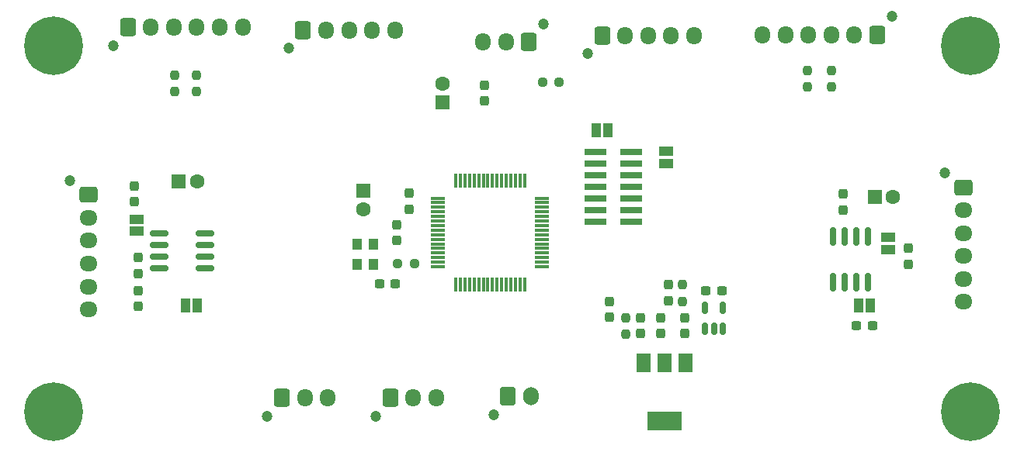
<source format=gbr>
%TF.GenerationSoftware,KiCad,Pcbnew,(6.0.7-1)-1*%
%TF.CreationDate,2022-10-27T13:07:23+02:00*%
%TF.ProjectId,Beerator,42656572-6174-46f7-922e-6b696361645f,rev?*%
%TF.SameCoordinates,Original*%
%TF.FileFunction,Soldermask,Top*%
%TF.FilePolarity,Negative*%
%FSLAX46Y46*%
G04 Gerber Fmt 4.6, Leading zero omitted, Abs format (unit mm)*
G04 Created by KiCad (PCBNEW (6.0.7-1)-1) date 2022-10-27 13:07:23*
%MOMM*%
%LPD*%
G01*
G04 APERTURE LIST*
G04 Aperture macros list*
%AMRoundRect*
0 Rectangle with rounded corners*
0 $1 Rounding radius*
0 $2 $3 $4 $5 $6 $7 $8 $9 X,Y pos of 4 corners*
0 Add a 4 corners polygon primitive as box body*
4,1,4,$2,$3,$4,$5,$6,$7,$8,$9,$2,$3,0*
0 Add four circle primitives for the rounded corners*
1,1,$1+$1,$2,$3*
1,1,$1+$1,$4,$5*
1,1,$1+$1,$6,$7*
1,1,$1+$1,$8,$9*
0 Add four rect primitives between the rounded corners*
20,1,$1+$1,$2,$3,$4,$5,0*
20,1,$1+$1,$4,$5,$6,$7,0*
20,1,$1+$1,$6,$7,$8,$9,0*
20,1,$1+$1,$8,$9,$2,$3,0*%
G04 Aperture macros list end*
%ADD10R,1.500000X2.000000*%
%ADD11R,3.800000X2.000000*%
%ADD12R,1.000000X1.300000*%
%ADD13R,1.000000X1.500000*%
%ADD14R,1.500000X1.000000*%
%ADD15R,2.400000X0.740000*%
%ADD16RoundRect,0.150000X-0.150000X0.825000X-0.150000X-0.825000X0.150000X-0.825000X0.150000X0.825000X0*%
%ADD17RoundRect,0.237500X0.237500X-0.250000X0.237500X0.250000X-0.237500X0.250000X-0.237500X-0.250000X0*%
%ADD18C,1.200000*%
%ADD19RoundRect,0.250000X-0.725000X0.600000X-0.725000X-0.600000X0.725000X-0.600000X0.725000X0.600000X0*%
%ADD20O,1.950000X1.700000*%
%ADD21RoundRect,0.250000X0.600000X0.725000X-0.600000X0.725000X-0.600000X-0.725000X0.600000X-0.725000X0*%
%ADD22O,1.700000X1.950000*%
%ADD23R,1.600000X1.600000*%
%ADD24C,1.600000*%
%ADD25RoundRect,0.237500X-0.300000X-0.237500X0.300000X-0.237500X0.300000X0.237500X-0.300000X0.237500X0*%
%ADD26RoundRect,0.237500X0.237500X-0.300000X0.237500X0.300000X-0.237500X0.300000X-0.237500X-0.300000X0*%
%ADD27RoundRect,0.237500X-0.237500X0.300000X-0.237500X-0.300000X0.237500X-0.300000X0.237500X0.300000X0*%
%ADD28RoundRect,0.237500X-0.237500X0.250000X-0.237500X-0.250000X0.237500X-0.250000X0.237500X0.250000X0*%
%ADD29RoundRect,0.237500X0.237500X-0.287500X0.237500X0.287500X-0.237500X0.287500X-0.237500X-0.287500X0*%
%ADD30RoundRect,0.237500X-0.237500X0.287500X-0.237500X-0.287500X0.237500X-0.287500X0.237500X0.287500X0*%
%ADD31RoundRect,0.237500X-0.250000X-0.237500X0.250000X-0.237500X0.250000X0.237500X-0.250000X0.237500X0*%
%ADD32RoundRect,0.250000X-0.600000X-0.725000X0.600000X-0.725000X0.600000X0.725000X-0.600000X0.725000X0*%
%ADD33C,0.800000*%
%ADD34C,6.400000*%
%ADD35RoundRect,0.150000X0.150000X-0.512500X0.150000X0.512500X-0.150000X0.512500X-0.150000X-0.512500X0*%
%ADD36RoundRect,0.150000X-0.825000X-0.150000X0.825000X-0.150000X0.825000X0.150000X-0.825000X0.150000X0*%
%ADD37RoundRect,0.075000X-0.700000X-0.075000X0.700000X-0.075000X0.700000X0.075000X-0.700000X0.075000X0*%
%ADD38RoundRect,0.075000X-0.075000X-0.700000X0.075000X-0.700000X0.075000X0.700000X-0.075000X0.700000X0*%
%ADD39RoundRect,0.250000X-0.600000X-0.750000X0.600000X-0.750000X0.600000X0.750000X-0.600000X0.750000X0*%
%ADD40O,1.700000X2.000000*%
G04 APERTURE END LIST*
D10*
%TO.C,U201*%
X118900000Y-84650000D03*
X116600000Y-84650000D03*
X114300000Y-84650000D03*
D11*
X116600000Y-90950000D03*
%TD*%
D12*
%TO.C,Y301*%
X84900000Y-73900000D03*
X84900000Y-71700000D03*
X83100000Y-71700000D03*
X83100000Y-73900000D03*
%TD*%
D13*
%TO.C,JP504*%
X137750000Y-78400000D03*
X139050000Y-78400000D03*
%TD*%
D14*
%TO.C,JP503*%
X141000000Y-70950000D03*
X141000000Y-72250000D03*
%TD*%
D13*
%TO.C,JP502*%
X64350000Y-78400000D03*
X65650000Y-78400000D03*
%TD*%
D14*
%TO.C,JP501*%
X59000000Y-70250000D03*
X59000000Y-68950000D03*
%TD*%
D13*
%TO.C,JP302*%
X109150000Y-59200000D03*
X110450000Y-59200000D03*
%TD*%
D14*
%TO.C,JP301*%
X116800000Y-62850000D03*
X116800000Y-61550000D03*
%TD*%
D15*
%TO.C,JSTLINK301*%
X112950000Y-69210000D03*
X109050000Y-69210000D03*
X112950000Y-67940000D03*
X109050000Y-67940000D03*
X112950000Y-66670000D03*
X109050000Y-66670000D03*
X112950000Y-65400000D03*
X109050000Y-65400000D03*
X112950000Y-64130000D03*
X109050000Y-64130000D03*
X112950000Y-62860000D03*
X109050000Y-62860000D03*
X112950000Y-61590000D03*
X109050000Y-61590000D03*
%TD*%
D16*
%TO.C,UDRIVER502*%
X138800000Y-70850000D03*
X137530000Y-70850000D03*
X136260000Y-70850000D03*
X134990000Y-70850000D03*
X134990000Y-75800000D03*
X136260000Y-75800000D03*
X137530000Y-75800000D03*
X138800000Y-75800000D03*
%TD*%
D17*
%TO.C,R202*%
X118600000Y-77912500D03*
X118600000Y-76087500D03*
%TD*%
D18*
%TO.C,JMCC0_501*%
X51800000Y-64700000D03*
D19*
X53800000Y-66300000D03*
D20*
X53800000Y-68800000D03*
X53800000Y-71300000D03*
X53800000Y-73800000D03*
X53800000Y-76300000D03*
X53800000Y-78800000D03*
%TD*%
D18*
%TO.C,JSERVO501*%
X103400000Y-47600000D03*
D21*
X101800000Y-49600000D03*
D22*
X99300000Y-49600000D03*
X96800000Y-49600000D03*
%TD*%
D23*
%TO.C,C503*%
X63644888Y-64800000D03*
D24*
X65644888Y-64800000D03*
%TD*%
D25*
%TO.C,C303*%
X85537500Y-76000000D03*
X87262500Y-76000000D03*
%TD*%
D26*
%TO.C,C501*%
X59200000Y-74862500D03*
X59200000Y-73137500D03*
%TD*%
D27*
%TO.C,C508*%
X59200000Y-76737500D03*
X59200000Y-78462500D03*
%TD*%
D28*
%TO.C,R402*%
X132200000Y-52687500D03*
X132200000Y-54512500D03*
%TD*%
D29*
%TO.C,D202*%
X117000000Y-77875000D03*
X117000000Y-76125000D03*
%TD*%
D27*
%TO.C,C510*%
X58800000Y-65337500D03*
X58800000Y-67062500D03*
%TD*%
D18*
%TO.C,JTOF0_401*%
X141400000Y-46800000D03*
D21*
X139800000Y-48800000D03*
D22*
X137300000Y-48800000D03*
X134800000Y-48800000D03*
X132300000Y-48800000D03*
X129800000Y-48800000D03*
X127300000Y-48800000D03*
%TD*%
D25*
%TO.C,C506*%
X137537500Y-80600000D03*
X139262500Y-80600000D03*
%TD*%
D30*
%TO.C,D201*%
X110600000Y-77925000D03*
X110600000Y-79675000D03*
%TD*%
D31*
%TO.C,R301*%
X87487500Y-73800000D03*
X89312500Y-73800000D03*
%TD*%
D18*
%TO.C,JCOLOR_404*%
X108200000Y-50875000D03*
D32*
X109800000Y-48875000D03*
D22*
X112300000Y-48875000D03*
X114800000Y-48875000D03*
X117300000Y-48875000D03*
X119800000Y-48875000D03*
%TD*%
D26*
%TO.C,C202*%
X116200000Y-81462500D03*
X116200000Y-79737500D03*
%TD*%
D33*
%TO.C,H102*%
X150000000Y-52400000D03*
X150000000Y-47600000D03*
D34*
X150000000Y-50000000D03*
D33*
X151697056Y-51697056D03*
X148302944Y-48302944D03*
X152400000Y-50000000D03*
X147600000Y-50000000D03*
X151697056Y-48302944D03*
X148302944Y-51697056D03*
%TD*%
D23*
%TO.C,C301*%
X83800000Y-65844888D03*
D24*
X83800000Y-67844888D03*
%TD*%
D26*
%TO.C,C203*%
X118800000Y-81462500D03*
X118800000Y-79737500D03*
%TD*%
D35*
%TO.C,REG3-201*%
X121050000Y-80937500D03*
X122000000Y-80937500D03*
X122950000Y-80937500D03*
X122950000Y-78662500D03*
X121050000Y-78662500D03*
%TD*%
D33*
%TO.C,H101*%
X50000000Y-47600000D03*
X51697056Y-51697056D03*
X48302944Y-51697056D03*
X47600000Y-50000000D03*
X51697056Y-48302944D03*
X50000000Y-52400000D03*
X52400000Y-50000000D03*
D34*
X50000000Y-50000000D03*
D33*
X48302944Y-48302944D03*
%TD*%
D26*
%TO.C,C302*%
X87400000Y-71262500D03*
X87400000Y-69537500D03*
%TD*%
D25*
%TO.C,C204*%
X121137500Y-76800000D03*
X122862500Y-76800000D03*
%TD*%
D26*
%TO.C,C201*%
X114000000Y-81462500D03*
X114000000Y-79737500D03*
%TD*%
%TO.C,C509*%
X143200000Y-72137500D03*
X143200000Y-73862500D03*
%TD*%
D27*
%TO.C,C502*%
X136095000Y-66200000D03*
X136095000Y-67925000D03*
%TD*%
D28*
%TO.C,R403*%
X63150000Y-53212500D03*
X63150000Y-55037500D03*
%TD*%
D17*
%TO.C,R401*%
X65550000Y-55037500D03*
X65550000Y-53212500D03*
%TD*%
D18*
%TO.C,JDistance0_401*%
X73300000Y-90475000D03*
D32*
X74900000Y-88475000D03*
D22*
X77400000Y-88475000D03*
X79900000Y-88475000D03*
%TD*%
D17*
%TO.C,R404*%
X134800000Y-54512500D03*
X134800000Y-52687500D03*
%TD*%
D18*
%TO.C,JCOLOR_401*%
X75600000Y-50275000D03*
D32*
X77200000Y-48275000D03*
D22*
X79700000Y-48275000D03*
X82200000Y-48275000D03*
X84700000Y-48275000D03*
X87200000Y-48275000D03*
%TD*%
D34*
%TO.C,H104*%
X150000000Y-90000000D03*
D33*
X147600000Y-90000000D03*
X151697056Y-91697056D03*
X148302944Y-88302944D03*
X152400000Y-90000000D03*
X151697056Y-88302944D03*
X150000000Y-92400000D03*
X148302944Y-91697056D03*
X150000000Y-87600000D03*
%TD*%
D31*
%TO.C,R501*%
X103287500Y-54000000D03*
X105112500Y-54000000D03*
%TD*%
D36*
%TO.C,UDRIVER501*%
X61525000Y-70495000D03*
X61525000Y-71765000D03*
X61525000Y-73035000D03*
X61525000Y-74305000D03*
X66475000Y-74305000D03*
X66475000Y-73035000D03*
X66475000Y-71765000D03*
X66475000Y-70495000D03*
%TD*%
D37*
%TO.C,USTM301*%
X91925000Y-66650000D03*
X91925000Y-67150000D03*
X91925000Y-67650000D03*
X91925000Y-68150000D03*
X91925000Y-68650000D03*
X91925000Y-69150000D03*
X91925000Y-69650000D03*
X91925000Y-70150000D03*
X91925000Y-70650000D03*
X91925000Y-71150000D03*
X91925000Y-71650000D03*
X91925000Y-72150000D03*
X91925000Y-72650000D03*
X91925000Y-73150000D03*
X91925000Y-73650000D03*
X91925000Y-74150000D03*
D38*
X93850000Y-76075000D03*
X94350000Y-76075000D03*
X94850000Y-76075000D03*
X95350000Y-76075000D03*
X95850000Y-76075000D03*
X96350000Y-76075000D03*
X96850000Y-76075000D03*
X97350000Y-76075000D03*
X97850000Y-76075000D03*
X98350000Y-76075000D03*
X98850000Y-76075000D03*
X99350000Y-76075000D03*
X99850000Y-76075000D03*
X100350000Y-76075000D03*
X100850000Y-76075000D03*
X101350000Y-76075000D03*
D37*
X103275000Y-74150000D03*
X103275000Y-73650000D03*
X103275000Y-73150000D03*
X103275000Y-72650000D03*
X103275000Y-72150000D03*
X103275000Y-71650000D03*
X103275000Y-71150000D03*
X103275000Y-70650000D03*
X103275000Y-70150000D03*
X103275000Y-69650000D03*
X103275000Y-69150000D03*
X103275000Y-68650000D03*
X103275000Y-68150000D03*
X103275000Y-67650000D03*
X103275000Y-67150000D03*
X103275000Y-66650000D03*
D38*
X101350000Y-64725000D03*
X100850000Y-64725000D03*
X100350000Y-64725000D03*
X99850000Y-64725000D03*
X99350000Y-64725000D03*
X98850000Y-64725000D03*
X98350000Y-64725000D03*
X97850000Y-64725000D03*
X97350000Y-64725000D03*
X96850000Y-64725000D03*
X96350000Y-64725000D03*
X95850000Y-64725000D03*
X95350000Y-64725000D03*
X94850000Y-64725000D03*
X94350000Y-64725000D03*
X93850000Y-64725000D03*
%TD*%
D17*
%TO.C,R201*%
X112400000Y-81512500D03*
X112400000Y-79687500D03*
%TD*%
D27*
%TO.C,C304*%
X88800000Y-66137500D03*
X88800000Y-67862500D03*
%TD*%
D23*
%TO.C,C505*%
X92400000Y-56200000D03*
D24*
X92400000Y-54200000D03*
%TD*%
D23*
%TO.C,C504*%
X139539888Y-66525000D03*
D24*
X141539888Y-66525000D03*
%TD*%
D33*
%TO.C,H103*%
X48302944Y-88302944D03*
X48302944Y-91697056D03*
X50000000Y-92400000D03*
X52400000Y-90000000D03*
X50000000Y-87600000D03*
D34*
X50000000Y-90000000D03*
D33*
X47600000Y-90000000D03*
X51697056Y-88302944D03*
X51697056Y-91697056D03*
%TD*%
D18*
%TO.C,JBat201*%
X97950000Y-90275000D03*
D39*
X99550000Y-88275000D03*
D40*
X102050000Y-88275000D03*
%TD*%
D18*
%TO.C,JTOF1_401*%
X56500000Y-50000000D03*
D32*
X58100000Y-48000000D03*
D22*
X60600000Y-48000000D03*
X63100000Y-48000000D03*
X65600000Y-48000000D03*
X68100000Y-48000000D03*
X70600000Y-48000000D03*
%TD*%
D18*
%TO.C,JDistance0_402*%
X85100000Y-90475000D03*
D32*
X86700000Y-88475000D03*
D22*
X89200000Y-88475000D03*
X91700000Y-88475000D03*
%TD*%
D27*
%TO.C,C507*%
X97000000Y-54337500D03*
X97000000Y-56062500D03*
%TD*%
D18*
%TO.C,JMCC1_501*%
X147220000Y-63875000D03*
D19*
X149220000Y-65475000D03*
D20*
X149220000Y-67975000D03*
X149220000Y-70475000D03*
X149220000Y-72975000D03*
X149220000Y-75475000D03*
X149220000Y-77975000D03*
%TD*%
M02*

</source>
